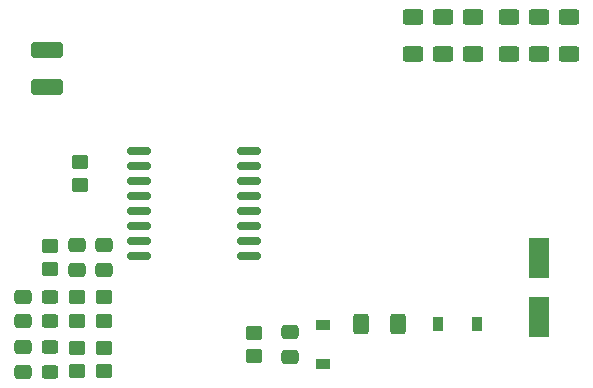
<source format=gbr>
%TF.GenerationSoftware,KiCad,Pcbnew,(6.0.1)*%
%TF.CreationDate,2022-08-22T15:24:11+03:00*%
%TF.ProjectId,Driver_Board,44726976-6572-45f4-926f-6172642e6b69,rev?*%
%TF.SameCoordinates,Original*%
%TF.FileFunction,Paste,Top*%
%TF.FilePolarity,Positive*%
%FSLAX46Y46*%
G04 Gerber Fmt 4.6, Leading zero omitted, Abs format (unit mm)*
G04 Created by KiCad (PCBNEW (6.0.1)) date 2022-08-22 15:24:11*
%MOMM*%
%LPD*%
G01*
G04 APERTURE LIST*
G04 Aperture macros list*
%AMRoundRect*
0 Rectangle with rounded corners*
0 $1 Rounding radius*
0 $2 $3 $4 $5 $6 $7 $8 $9 X,Y pos of 4 corners*
0 Add a 4 corners polygon primitive as box body*
4,1,4,$2,$3,$4,$5,$6,$7,$8,$9,$2,$3,0*
0 Add four circle primitives for the rounded corners*
1,1,$1+$1,$2,$3*
1,1,$1+$1,$4,$5*
1,1,$1+$1,$6,$7*
1,1,$1+$1,$8,$9*
0 Add four rect primitives between the rounded corners*
20,1,$1+$1,$2,$3,$4,$5,0*
20,1,$1+$1,$4,$5,$6,$7,0*
20,1,$1+$1,$6,$7,$8,$9,0*
20,1,$1+$1,$8,$9,$2,$3,0*%
G04 Aperture macros list end*
%ADD10RoundRect,0.250000X-0.475000X0.337500X-0.475000X-0.337500X0.475000X-0.337500X0.475000X0.337500X0*%
%ADD11RoundRect,0.250000X0.625000X-0.400000X0.625000X0.400000X-0.625000X0.400000X-0.625000X-0.400000X0*%
%ADD12RoundRect,0.250000X0.450000X-0.350000X0.450000X0.350000X-0.450000X0.350000X-0.450000X-0.350000X0*%
%ADD13RoundRect,0.250000X-0.450000X0.350000X-0.450000X-0.350000X0.450000X-0.350000X0.450000X0.350000X0*%
%ADD14RoundRect,0.250000X1.100000X-0.412500X1.100000X0.412500X-1.100000X0.412500X-1.100000X-0.412500X0*%
%ADD15RoundRect,0.250000X0.475000X-0.337500X0.475000X0.337500X-0.475000X0.337500X-0.475000X-0.337500X0*%
%ADD16RoundRect,0.250000X0.450000X-0.325000X0.450000X0.325000X-0.450000X0.325000X-0.450000X-0.325000X0*%
%ADD17R,1.800000X3.500000*%
%ADD18R,1.200000X0.900000*%
%ADD19RoundRect,0.150000X-0.875000X-0.150000X0.875000X-0.150000X0.875000X0.150000X-0.875000X0.150000X0*%
%ADD20R,0.900000X1.200000*%
%ADD21RoundRect,0.250000X-0.400000X-0.625000X0.400000X-0.625000X0.400000X0.625000X-0.400000X0.625000X0*%
%ADD22RoundRect,0.250000X-0.450000X0.325000X-0.450000X-0.325000X0.450000X-0.325000X0.450000X0.325000X0*%
G04 APERTURE END LIST*
D10*
%TO.C,C3*%
X97536000Y-85068500D03*
X97536000Y-87143500D03*
%TD*%
D11*
%TO.C,R8*%
X121158000Y-61468000D03*
X121158000Y-58368000D03*
%TD*%
D12*
%TO.C,R13*%
X79502000Y-88376000D03*
X79502000Y-86376000D03*
%TD*%
D11*
%TO.C,R7*%
X113030000Y-61468000D03*
X113030000Y-58368000D03*
%TD*%
D13*
%TO.C,R14*%
X79502000Y-82079500D03*
X79502000Y-84079500D03*
%TD*%
D14*
%TO.C,C6*%
X76962000Y-64300500D03*
X76962000Y-61175500D03*
%TD*%
D15*
%TO.C,C7*%
X79502000Y-79777500D03*
X79502000Y-77702500D03*
%TD*%
D16*
%TO.C,D7*%
X77216000Y-88401000D03*
X77216000Y-86351000D03*
%TD*%
D11*
%TO.C,R5*%
X116078000Y-61468000D03*
X116078000Y-58368000D03*
%TD*%
D17*
%TO.C,D6*%
X118618000Y-78780000D03*
X118618000Y-83780000D03*
%TD*%
D18*
%TO.C,D3*%
X100330000Y-84456000D03*
X100330000Y-87756000D03*
%TD*%
D13*
%TO.C,R2*%
X81788000Y-86376000D03*
X81788000Y-88376000D03*
%TD*%
D15*
%TO.C,C1*%
X81788000Y-79777500D03*
X81788000Y-77702500D03*
%TD*%
%TO.C,C4*%
X74930000Y-88413500D03*
X74930000Y-86338500D03*
%TD*%
D13*
%TO.C,R10*%
X79756000Y-70628000D03*
X79756000Y-72628000D03*
%TD*%
D10*
%TO.C,C5*%
X74930000Y-82042000D03*
X74930000Y-84117000D03*
%TD*%
D11*
%TO.C,R4*%
X110490000Y-61468000D03*
X110490000Y-58368000D03*
%TD*%
D19*
%TO.C,D1*%
X84758000Y-69723000D03*
X84758000Y-70993000D03*
X84758000Y-72263000D03*
X84758000Y-73533000D03*
X84758000Y-74803000D03*
X84758000Y-76073000D03*
X84758000Y-77343000D03*
X84758000Y-78613000D03*
X94058000Y-78613000D03*
X94058000Y-77343000D03*
X94058000Y-76073000D03*
X94058000Y-74803000D03*
X94058000Y-73533000D03*
X94058000Y-72263000D03*
X94058000Y-70993000D03*
X94058000Y-69723000D03*
%TD*%
D20*
%TO.C,D4*%
X110110000Y-84328000D03*
X113410000Y-84328000D03*
%TD*%
D11*
%TO.C,R9*%
X118618000Y-61468000D03*
X118618000Y-58368000D03*
%TD*%
D21*
%TO.C,R3*%
X103606000Y-84328000D03*
X106706000Y-84328000D03*
%TD*%
D13*
%TO.C,R15*%
X94488000Y-85106000D03*
X94488000Y-87106000D03*
%TD*%
D22*
%TO.C,D8*%
X77216000Y-82054500D03*
X77216000Y-84104500D03*
%TD*%
D11*
%TO.C,R6*%
X107950000Y-61468000D03*
X107950000Y-58368000D03*
%TD*%
D12*
%TO.C,R1*%
X77216000Y-79740000D03*
X77216000Y-77740000D03*
%TD*%
%TO.C,R12*%
X81788000Y-84079500D03*
X81788000Y-82079500D03*
%TD*%
M02*

</source>
